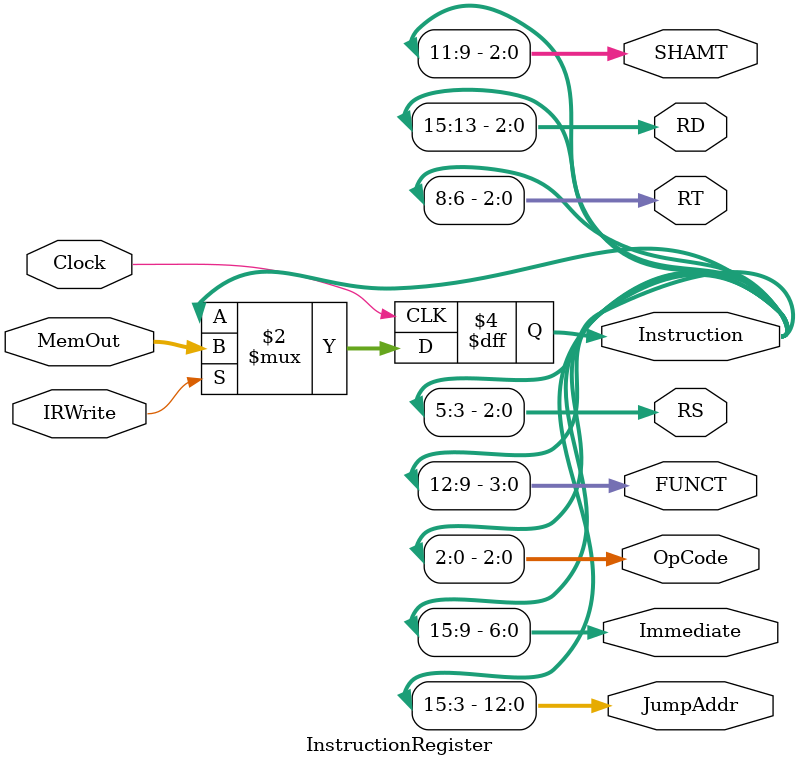
<source format=v>
`timescale 1ns / 1ps
module MIPS_MULTICYCLE(
    );


endmodule

// Memory module starts here

module Memory(MemOut, Address, WriteData, MemRD, MemWR, Clock);
	
	output [15:0] MemOut;

	input  [15:0] Address, WriteData;
	input  MemRD, MemWR, Clock;
	
	reg [15:0] Memory [0:256];
	
	initial begin
		Memory[0]  = {3'd0, 4'd0, 3'd0, 3'd0, 3'd0};
		Memory[1]  = {3'd0, 4'd0, 3'd0, 3'd0, 3'd0};
		Memory[2]  = {3'd0, 4'd0, 3'd0, 3'd0, 3'd0};
		Memory[3]  = {3'd0, 4'd0, 3'd0, 3'd0, 3'd0};
		Memory[4]  = {3'd0, 4'd0, 3'd0, 3'd0, 3'd0};
		Memory[5]  = {3'd0, 4'd0, 3'd0, 3'd0, 3'd0};
		Memory[6]  = {3'd0, 4'd0, 3'd0, 3'd0, 3'd0};
		Memory[7]  = {3'd0, 4'd0, 3'd0, 3'd0, 3'd0};
		Memory[8]  = {3'd0, 4'd0, 3'd0, 3'd0, 3'd0};
		Memory[9]  = {3'd0, 4'd0, 3'd0, 3'd0, 3'd0};
		Memory[10] = {3'd0, 4'd0, 3'd0, 3'd0, 3'd0};
		Memory[11] = {3'd0, 4'd0, 3'd0, 3'd0, 3'd0};
		Memory[12] = {3'd0, 4'd0, 3'd0, 3'd0, 3'd0};
		Memory[13] = {3'd0, 4'd0, 3'd0, 3'd0, 3'd0};
		Memory[14] = {3'd0, 4'd0, 3'd0, 3'd0, 3'd0};
		Memory[15] = {3'd0, 4'd0, 3'd0, 3'd0, 3'd0};
		Memory[16] = {3'd0, 4'd0, 3'd0, 3'd0, 3'd0};
		Memory[17] = {3'd0, 4'd0, 3'd0, 3'd0, 3'd0};
		Memory[18] = {3'd0, 4'd0, 3'd0, 3'd0, 3'd0};
		Memory[19] = {3'd0, 4'd0, 3'd0, 3'd0, 3'd0};
		Memory[20] = {3'd0, 4'd0, 3'd0, 3'd0, 3'd0};
		Memory[21] = {3'd0, 4'd0, 3'd0, 3'd0, 3'd0};
		Memory[22] = {3'd0, 4'd0, 3'd0, 3'd0, 3'd0};
		Memory[23] = {3'd0, 4'd0, 3'd0, 3'd0, 3'd0};
		Memory[24] = {3'd0, 4'd0, 3'd0, 3'd0, 3'd0};
		Memory[25] = {3'd0, 4'd0, 3'd0, 3'd0, 3'd0};
		Memory[26] = {3'd0, 4'd0, 3'd0, 3'd0, 3'd0};
		Memory[27] = {3'd0, 4'd0, 3'd0, 3'd0, 3'd0};
		Memory[28] = {3'd0, 4'd0, 3'd0, 3'd0, 3'd0};
		Memory[29] = {3'd0, 4'd0, 3'd0, 3'd0, 3'd0};
		Memory[30] = {3'd0, 4'd0, 3'd0, 3'd0, 3'd0};
		Memory[31] = {3'd0, 4'd0, 3'd0, 3'd0, 3'd0};
		
		Memory[32] = {3'd0, 4'd0, 3'd0, 3'd0, 3'd0};
		Memory[33] = {3'd0, 4'd0, 3'd0, 3'd0, 3'd0};
		Memory[34] = {3'd0, 4'd0, 3'd0, 3'd0, 3'd0};
		Memory[35] = {3'd0, 4'd0, 3'd0, 3'd0, 3'd0};
		Memory[36] = {3'd0, 4'd0, 3'd0, 3'd0, 3'd0};
		Memory[37] = {3'd0, 4'd0, 3'd0, 3'd0, 3'd0};
		Memory[38] = {3'd0, 4'd0, 3'd0, 3'd0, 3'd0};
		Memory[39] = {3'd0, 4'd0, 3'd0, 3'd0, 3'd0};
		Memory[40] = {3'd0, 4'd0, 3'd0, 3'd0, 3'd0};
		Memory[41] = {3'd0, 4'd0, 3'd0, 3'd0, 3'd0};
		Memory[42] = {3'd0, 4'd0, 3'd0, 3'd0, 3'd0};
		Memory[43] = {3'd0, 4'd0, 3'd0, 3'd0, 3'd0};
		Memory[44] = {3'd0, 4'd0, 3'd0, 3'd0, 3'd0};
		Memory[45] = {3'd0, 4'd0, 3'd0, 3'd0, 3'd0};
		Memory[46] = {3'd0, 4'd0, 3'd0, 3'd0, 3'd0};
		Memory[47] = {3'd0, 4'd0, 3'd0, 3'd0, 3'd0};
		Memory[48] = {3'd0, 4'd0, 3'd0, 3'd0, 3'd0};
		Memory[49] = {3'd0, 4'd0, 3'd0, 3'd0, 3'd0};
		Memory[50] = {3'd0, 4'd0, 3'd0, 3'd0, 3'd0};
		Memory[51] = {3'd0, 4'd0, 3'd0, 3'd0, 3'd0};
		Memory[52] = {3'd0, 4'd0, 3'd0, 3'd0, 3'd0};
		Memory[53] = {3'd0, 4'd0, 3'd0, 3'd0, 3'd0};
		Memory[54] = {3'd0, 4'd0, 3'd0, 3'd0, 3'd0};
		Memory[55] = {3'd0, 4'd0, 3'd0, 3'd0, 3'd0};
		Memory[56] = {3'd0, 4'd0, 3'd0, 3'd0, 3'd0};
		Memory[57] = {3'd0, 4'd0, 3'd0, 3'd0, 3'd0};
		Memory[58] = {3'd0, 4'd0, 3'd0, 3'd0, 3'd0};
		Memory[59] = {3'd0, 4'd0, 3'd0, 3'd0, 3'd0};
		Memory[60] = {3'd0, 4'd0, 3'd0, 3'd0, 3'd0};
		Memory[61] = {3'd0, 4'd0, 3'd0, 3'd0, 3'd0};
		Memory[62] = {3'd0, 4'd0, 3'd0, 3'd0, 3'd0};
		Memory[63] = {3'd0, 4'd0, 3'd0, 3'd0, 3'd0};
		
	end

	assign MemOut = MemRD ? Memory[Address] : 0;
	
	
	always @ (negedge Clock) 
		begin
			if(MemWR)
				begin
					Memory[Address] <= WriteData;
				end
		end

endmodule

// Memory module ends here
//----------------------------------------------------

// RegisterFile module start here
//						  << A, 		B,		data_towrite,  rs			rt,		rd,  signal, clock >> 
module RegisterFile( RegOut1, RegOut2, RegDataIn, RegIn1, RegIn2, RegDest, RegWR, Clock);  
		
		output [15:0] RegOut1, RegOut2;
		
		input  [15:0] RegDataIn;
		input  [2:0]  RegIn1, RegIn2, RegDest;
		input  RegWR, Clock;
		
		reg [15:0] RegFile [0:31];
		
		initial begin
			RegFile[0]  = 16'd0;
			RegFile[1]  = 16'd0;
			RegFile[2]  = 16'd0;
			RegFile[3]  = 16'd0;
			RegFile[4]  = 16'd0;
			RegFile[5]  = 16'd0;
			RegFile[6]  = 16'd0;
			RegFile[7]  = 16'd0;
			RegFile[8]  = 16'd0;
			RegFile[9]  = 16'd0;
			RegFile[11] = 16'd0;
			RegFile[12] = 16'd0;
			RegFile[13] = 16'd0;
			RegFile[14] = 16'd0;
			RegFile[15] = 16'd0;
		end
		
		assign RegOut1 = RegFile[RegIn1];  // output1 = registerFile[address 1]
		assign RegOut2 = RegFile[RegIn2]; //  output2 = registerFile[address 2]
		
		always @ (negedge Clock) 
			begin
				if (RegWR)
					begin
						RegFile[RegDest] <= RegDataIn;  // writing to regfile <= Data_to_Write
					end
			end
endmodule

//Register File module ends here
//-------------------------------------------------------------------

// Mux Modules start here

// Mux 2 to 1
module Mux2to1(Output, In0,In1, Select);
	output [15:0] Output;
	
	input [15:0] In0, In1;
	input Select;
	
	reg [15:0] Output;
	
	always @ (In0 or In1 or Select)
		begin
			case(Select)
				0: Output = In0;
				1: Output = In1;
			endcase
		end
endmodule

//Mux 4 to 1

module Mux4to1(Output, In0, In1, In2, In3, Select);
	output [15:0] Output;
	
	input [15:0] In0, In1, In2, In3;
	input [1:0] Select;
	
	reg [15:0] Output;
	
	always @ (In0 or In1 or In2 or In3 or Select)
		begin
			case(Select)
				0: Output = In0;
				1: Output = In1;
				2: Output = In2;
				3: Output = In3;
			endcase
		end
endmodule

//Mux 8 to 1

module Mux8to1(Output, In0, In1, In2, In3,
					In4, In5, In6, In7, Select);
	output [15:0] Output;
	
	input [15:0] In0, In1, In2, In3, In4, In5, In6, In7;
	input [2:0] Select;
	
	reg [15:0] Output;
	
	always @ (In0 or In1 or In2 or In3 or In4 or In5 or In6 or In7 or Select)
		begin
			case(Select)
				0: Output = In0;
				1: Output = In1;
				2: Output = In2;
				3: Output = In3;
				4: Output = In4;
				5: Output = In5;
				6: Output = In6;
				7: Output = In7;
			endcase
		end
endmodule

// Mux code ends here

//----------------------------------------------------------------------------

// Instruction register code goes here

module InstructionRegister(Instruction, JumpAddr, Immediate, OpCode, RS, RT, RD, SHAMT, FUNCT, MemOut, IRWrite, Clock);
    output [15:0] Instruction;
    output [12:0] JumpAddr;
    output [6:0] Immediate;
    output [2:0] OpCode;
	output [3:0] FUNCT;
    output [2:0] RS, RT, RD, SHAMT;
    input  [15:0] MemOut;
    input IRWrite, Clock;
    
    reg [15:0] Instruction;
    
    always @ (negedge Clock) begin
        if (IRWrite) begin
            Instruction <= MemOut;
        end
    end
    
    assign OpCode = Instruction[2:0];
    assign RS = Instruction[5:3];
    assign RT = Instruction[8:6];
    assign RD = Instruction[15:13];
    assign SHAMT = Instruction[12:9];
    assign FUNCT = Instruction[12:9];
    assign Immediate = Instruction[15:9];
    assign JumpAddr = Instruction[15:3];
endmodule

// Instruction Register code ends here
//----------------------------------------------------------------------------

</source>
